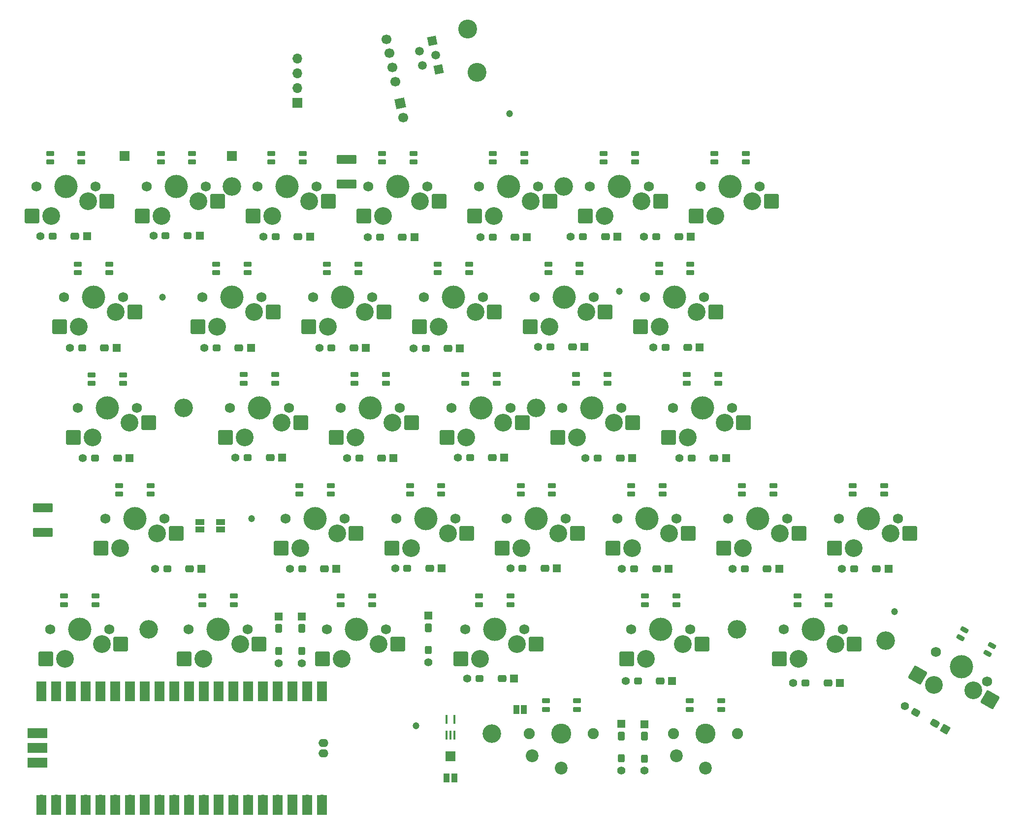
<source format=gbr>
%TF.GenerationSoftware,KiCad,Pcbnew,8.0.7*%
%TF.CreationDate,2025-08-07T21:50:34+02:00*%
%TF.ProjectId,pcb_keyboard_sx_rj11,7063625f-6b65-4796-926f-6172645f7378,rev?*%
%TF.SameCoordinates,Original*%
%TF.FileFunction,Soldermask,Bot*%
%TF.FilePolarity,Negative*%
%FSLAX46Y46*%
G04 Gerber Fmt 4.6, Leading zero omitted, Abs format (unit mm)*
G04 Created by KiCad (PCBNEW 8.0.7) date 2025-08-07 21:50:34*
%MOMM*%
%LPD*%
G01*
G04 APERTURE LIST*
G04 Aperture macros list*
%AMRoundRect*
0 Rectangle with rounded corners*
0 $1 Rounding radius*
0 $2 $3 $4 $5 $6 $7 $8 $9 X,Y pos of 4 corners*
0 Add a 4 corners polygon primitive as box body*
4,1,4,$2,$3,$4,$5,$6,$7,$8,$9,$2,$3,0*
0 Add four circle primitives for the rounded corners*
1,1,$1+$1,$2,$3*
1,1,$1+$1,$4,$5*
1,1,$1+$1,$6,$7*
1,1,$1+$1,$8,$9*
0 Add four rect primitives between the rounded corners*
20,1,$1+$1,$2,$3,$4,$5,0*
20,1,$1+$1,$4,$5,$6,$7,0*
20,1,$1+$1,$6,$7,$8,$9,0*
20,1,$1+$1,$8,$9,$2,$3,0*%
%AMHorizOval*
0 Thick line with rounded ends*
0 $1 width*
0 $2 $3 position (X,Y) of the first rounded end (center of the circle)*
0 $4 $5 position (X,Y) of the second rounded end (center of the circle)*
0 Add line between two ends*
20,1,$1,$2,$3,$4,$5,0*
0 Add two circle primitives to create the rounded ends*
1,1,$1,$2,$3*
1,1,$1,$4,$5*%
%AMRotRect*
0 Rectangle, with rotation*
0 The origin of the aperture is its center*
0 $1 length*
0 $2 width*
0 $3 Rotation angle, in degrees counterclockwise*
0 Add horizontal line*
21,1,$1,$2,0,0,$3*%
G04 Aperture macros list end*
%ADD10C,1.750000*%
%ADD11C,3.050000*%
%ADD12C,4.000000*%
%ADD13RoundRect,0.250000X1.025000X1.000000X-1.025000X1.000000X-1.025000X-1.000000X1.025000X-1.000000X0*%
%ADD14C,3.200000*%
%ADD15C,1.200000*%
%ADD16C,3.250000*%
%ADD17RotRect,1.520000X1.520000X101.899000*%
%ADD18C,1.520000*%
%ADD19R,1.700000X1.700000*%
%ADD20O,1.700000X1.700000*%
%ADD21C,1.900000*%
%ADD22C,3.450000*%
%ADD23C,2.200000*%
%ADD24R,1.400000X1.400000*%
%ADD25RoundRect,0.300000X0.400000X0.300000X-0.400000X0.300000X-0.400000X-0.300000X0.400000X-0.300000X0*%
%ADD26C,1.400000*%
%ADD27RoundRect,0.250000X1.387676X0.353525X-0.387676X1.378525X-1.387676X-0.353525X0.387676X-1.378525X0*%
%ADD28RoundRect,0.205000X0.495000X0.205000X-0.495000X0.205000X-0.495000X-0.205000X0.495000X-0.205000X0*%
%ADD29RoundRect,0.300000X0.450000X0.300000X-0.450000X0.300000X-0.450000X-0.300000X0.450000X-0.300000X0*%
%ADD30RoundRect,0.250000X1.450000X-0.537500X1.450000X0.537500X-1.450000X0.537500X-1.450000X-0.537500X0*%
%ADD31R,1.700000X3.500000*%
%ADD32R,3.500000X1.700000*%
%ADD33O,1.700000X1.400000*%
%ADD34RoundRect,0.205000X0.531183X-0.069965X-0.326183X0.425035X-0.531183X0.069965X0.326183X-0.425035X0*%
%ADD35R,1.000000X1.500000*%
%ADD36RoundRect,0.205000X-0.495000X-0.205000X0.495000X-0.205000X0.495000X0.205000X-0.495000X0.205000X0*%
%ADD37R,1.500000X1.000000*%
%ADD38RotRect,1.400000X1.400000X150.000000*%
%ADD39RoundRect,0.300000X0.539711X0.034808X-0.239711X0.484808X-0.539711X-0.034808X0.239711X-0.484808X0*%
%ADD40RoundRect,0.300000X0.496410X0.059808X-0.196410X0.459808X-0.496410X-0.059808X0.196410X-0.459808X0*%
%ADD41RotRect,1.700000X1.700000X191.899000*%
%ADD42HorizOval,1.700000X0.000000X0.000000X0.000000X0.000000X0*%
%ADD43RoundRect,0.300000X-0.300000X0.450000X-0.300000X-0.450000X0.300000X-0.450000X0.300000X0.450000X0*%
%ADD44RoundRect,0.300000X-0.300000X0.400000X-0.300000X-0.400000X0.300000X-0.400000X0.300000X0.400000X0*%
%ADD45RoundRect,0.100000X0.100000X-0.650000X0.100000X0.650000X-0.100000X0.650000X-0.100000X-0.650000X0*%
%ADD46RoundRect,0.250000X-1.450000X0.537500X-1.450000X-0.537500X1.450000X-0.537500X1.450000X0.537500X0*%
G04 APERTURE END LIST*
D10*
%TO.C,S34*%
X173829000Y-104157000D03*
D11*
X172559000Y-106697000D03*
D12*
X168749000Y-104157000D03*
D11*
X166209000Y-109237000D03*
D10*
X163669000Y-104157000D03*
D13*
X175834000Y-106697000D03*
X162907000Y-109237000D03*
%TD*%
D10*
%TO.C,S17*%
X102429000Y-66067000D03*
D11*
X101159000Y-68607000D03*
D12*
X97349000Y-66067000D03*
D11*
X94809000Y-71147000D03*
D10*
X92269000Y-66067000D03*
D13*
X104434000Y-68607000D03*
X91507000Y-71147000D03*
%TD*%
D10*
%TO.C,S8*%
X64349000Y-66067000D03*
D11*
X63079000Y-68607000D03*
D12*
X59269000Y-66067000D03*
D11*
X56729000Y-71147000D03*
D10*
X54189000Y-66067000D03*
D13*
X66354000Y-68607000D03*
X53427000Y-71147000D03*
%TD*%
D14*
%TO.C,H9*%
X116379000Y-47017000D03*
%TD*%
D10*
%TO.C,S3*%
X42927750Y-85107000D03*
D11*
X41657750Y-87647000D03*
D12*
X37847750Y-85107000D03*
D11*
X35307750Y-90187000D03*
D10*
X32767750Y-85107000D03*
D13*
X44932750Y-87647000D03*
X32005750Y-90187000D03*
%TD*%
D10*
%TO.C,S11*%
X78629000Y-104157000D03*
D11*
X77359000Y-106697000D03*
D12*
X73549000Y-104157000D03*
D11*
X71009000Y-109237000D03*
D10*
X68469000Y-104157000D03*
D13*
X80634000Y-106697000D03*
X67707000Y-109237000D03*
%TD*%
D14*
%TO.C,H6*%
X44979000Y-123187000D03*
%TD*%
D10*
%TO.C,S4*%
X38165250Y-123187000D03*
D11*
X36895250Y-125727000D03*
D12*
X33085250Y-123187000D03*
D11*
X30545250Y-128267000D03*
D10*
X28005250Y-123187000D03*
D13*
X40170250Y-125727000D03*
X27243250Y-128267000D03*
%TD*%
D10*
%TO.C,S13*%
X85765250Y-123187000D03*
D11*
X84495250Y-125727000D03*
D12*
X80685250Y-123187000D03*
D11*
X78145250Y-128267000D03*
D10*
X75605250Y-123187000D03*
D13*
X87770250Y-125727000D03*
X74843250Y-128267000D03*
%TD*%
D10*
%TO.C,S16*%
X97669000Y-104157000D03*
D11*
X96399000Y-106697000D03*
D12*
X92589000Y-104157000D03*
D11*
X90049000Y-109237000D03*
D10*
X87509000Y-104157000D03*
D13*
X99674000Y-106697000D03*
X86747000Y-109237000D03*
%TD*%
D14*
%TO.C,H7*%
X111619000Y-85107000D03*
%TD*%
D15*
%TO.C,H13*%
X90949000Y-139825000D03*
%TD*%
D14*
%TO.C,H4*%
X171724000Y-125187000D03*
%TD*%
%TO.C,H11*%
X103949000Y-141202000D03*
%TD*%
D10*
%TO.C,S21*%
X109565250Y-123187000D03*
D11*
X108295250Y-125727000D03*
D12*
X104485250Y-123187000D03*
D11*
X101945250Y-128267000D03*
D10*
X99405250Y-123187000D03*
D13*
X111570250Y-125727000D03*
X98643250Y-128267000D03*
%TD*%
D14*
%TO.C,H5*%
X146127000Y-123187000D03*
%TD*%
D16*
%TO.C,J1*%
X101417158Y-27421526D03*
X99846012Y-19965260D03*
D17*
X94820093Y-26910781D03*
X93772663Y-21939937D03*
D18*
X92072816Y-26191785D03*
X94296379Y-24425357D03*
X91549100Y-23706363D03*
%TD*%
D10*
%TO.C,S22*%
X116709000Y-104157000D03*
D11*
X115439000Y-106697000D03*
D12*
X111629000Y-104157000D03*
D11*
X109089000Y-109237000D03*
D10*
X106549000Y-104157000D03*
D13*
X118714000Y-106697000D03*
X105787000Y-109237000D03*
%TD*%
D14*
%TO.C,H8*%
X50935750Y-85107000D03*
%TD*%
D19*
%TO.C,J2*%
X70524000Y-32677000D03*
D20*
X70524000Y-30137000D03*
X70524000Y-27597000D03*
X70524000Y-25057000D03*
%TD*%
D14*
%TO.C,H10*%
X59269000Y-47017000D03*
%TD*%
D10*
%TO.C,S7*%
X61965250Y-123187000D03*
D11*
X60695250Y-125727000D03*
D12*
X56885250Y-123187000D03*
D11*
X54345250Y-128267000D03*
D10*
X51805250Y-123187000D03*
D13*
X63970250Y-125727000D03*
X51043250Y-128267000D03*
%TD*%
D10*
%TO.C,S5*%
X47690250Y-104157000D03*
D11*
X46420250Y-106697000D03*
D12*
X42610250Y-104157000D03*
D11*
X40070250Y-109237000D03*
D10*
X37530250Y-104157000D03*
D13*
X49695250Y-106697000D03*
X36768250Y-109237000D03*
%TD*%
D10*
%TO.C,S27*%
X135749000Y-104157000D03*
D11*
X134479000Y-106697000D03*
D12*
X130669000Y-104157000D03*
D11*
X128129000Y-109237000D03*
D10*
X125589000Y-104157000D03*
D13*
X137754000Y-106697000D03*
X124827000Y-109237000D03*
%TD*%
D10*
%TO.C,S28*%
X140509000Y-66067000D03*
D11*
X139239000Y-68607000D03*
D12*
X135429000Y-66067000D03*
D11*
X132889000Y-71147000D03*
D10*
X130349000Y-66067000D03*
D13*
X142514000Y-68607000D03*
X129587000Y-71147000D03*
%TD*%
D21*
%TO.C,S29*%
X146199000Y-141202000D03*
D22*
X140699000Y-141202000D03*
D21*
X135199000Y-141202000D03*
D23*
X140699000Y-147102000D03*
X135699000Y-145002000D03*
%TD*%
D21*
%TO.C,S20*%
X121449000Y-141202000D03*
D22*
X115949000Y-141202000D03*
D21*
X110449000Y-141202000D03*
D23*
X115949000Y-147102000D03*
X110949000Y-145002000D03*
%TD*%
D15*
%TO.C,H3*%
X62621000Y-104157000D03*
%TD*%
D10*
%TO.C,S23*%
X121469000Y-66067000D03*
D11*
X120199000Y-68607000D03*
D12*
X116389000Y-66067000D03*
D11*
X113849000Y-71147000D03*
D10*
X111309000Y-66067000D03*
D13*
X123474000Y-68607000D03*
X110547000Y-71147000D03*
%TD*%
D10*
%TO.C,S32*%
X154789000Y-104157000D03*
D11*
X153519000Y-106697000D03*
D12*
X149709000Y-104157000D03*
D11*
X147169000Y-109237000D03*
D10*
X144629000Y-104157000D03*
D13*
X156794000Y-106697000D03*
X143867000Y-109237000D03*
%TD*%
D10*
%TO.C,S9*%
X69104000Y-85107000D03*
D11*
X67834000Y-87647000D03*
D12*
X64024000Y-85107000D03*
D11*
X61484000Y-90187000D03*
D10*
X58944000Y-85107000D03*
D13*
X71109000Y-87647000D03*
X58182000Y-90187000D03*
%TD*%
D10*
%TO.C,S2*%
X40546500Y-66057000D03*
D11*
X39276500Y-68597000D03*
D12*
X35466500Y-66057000D03*
D11*
X32926500Y-71137000D03*
D10*
X30386500Y-66057000D03*
D13*
X42551500Y-68597000D03*
X29624500Y-71137000D03*
%TD*%
D15*
%TO.C,H2*%
X125914000Y-65067000D03*
%TD*%
D19*
%TO.C,TP3*%
X96859000Y-145062000D03*
%TD*%
D15*
%TO.C,H1*%
X47367500Y-66057000D03*
%TD*%
D24*
%TO.C,D6*%
X53774000Y-55537000D03*
D25*
X51674000Y-55537000D03*
X47874000Y-55537000D03*
D26*
X45774000Y-55537000D03*
%TD*%
D10*
%TO.C,S19*%
X111944000Y-47017000D03*
D11*
X110674000Y-49557000D03*
D12*
X106864000Y-47017000D03*
D11*
X104324000Y-52097000D03*
D10*
X101784000Y-47017000D03*
D13*
X113949000Y-49557000D03*
X101022000Y-52097000D03*
%TD*%
D19*
%TO.C,TP1*%
X40774000Y-41757000D03*
%TD*%
D10*
%TO.C,S18*%
X107184000Y-85107000D03*
D11*
X105914000Y-87647000D03*
D12*
X102104000Y-85107000D03*
D11*
X99564000Y-90187000D03*
D10*
X97024000Y-85107000D03*
D13*
X109189000Y-87647000D03*
X96262000Y-90187000D03*
%TD*%
D15*
%TO.C,H12*%
X173224000Y-120187000D03*
%TD*%
D10*
%TO.C,S12*%
X83389000Y-66067000D03*
D11*
X82119000Y-68607000D03*
D12*
X78309000Y-66067000D03*
D11*
X75769000Y-71147000D03*
D10*
X73229000Y-66067000D03*
D13*
X85394000Y-68607000D03*
X72467000Y-71147000D03*
%TD*%
D10*
%TO.C,S10*%
X73864000Y-47017000D03*
D11*
X72594000Y-49557000D03*
D12*
X68784000Y-47017000D03*
D11*
X66244000Y-52097000D03*
D10*
X63704000Y-47017000D03*
D13*
X75869000Y-49557000D03*
X62942000Y-52097000D03*
%TD*%
D10*
%TO.C,S15*%
X92904000Y-47017000D03*
D11*
X91634000Y-49557000D03*
D12*
X87824000Y-47017000D03*
D11*
X85284000Y-52097000D03*
D10*
X82744000Y-47017000D03*
D13*
X94909000Y-49557000D03*
X81982000Y-52097000D03*
%TD*%
D10*
%TO.C,S26*%
X138127750Y-123187000D03*
D11*
X136857750Y-125727000D03*
D12*
X133047750Y-123187000D03*
D11*
X130507750Y-128267000D03*
D10*
X127967750Y-123187000D03*
D13*
X140132750Y-125727000D03*
X127205750Y-128267000D03*
%TD*%
D10*
%TO.C,S25*%
X130984000Y-47017000D03*
D11*
X129714000Y-49557000D03*
D12*
X125904000Y-47017000D03*
D11*
X123364000Y-52097000D03*
D10*
X120824000Y-47017000D03*
D13*
X132989000Y-49557000D03*
X120062000Y-52097000D03*
%TD*%
D15*
%TO.C,H14*%
X107025400Y-34488774D03*
%TD*%
D10*
%TO.C,S30*%
X145264000Y-85107000D03*
D11*
X143994000Y-87647000D03*
D12*
X140184000Y-85107000D03*
D11*
X137644000Y-90187000D03*
D10*
X135104000Y-85107000D03*
D13*
X147269000Y-87647000D03*
X134342000Y-90187000D03*
%TD*%
D10*
%TO.C,S1*%
X35784000Y-47017000D03*
D11*
X34514000Y-49557000D03*
D12*
X30704000Y-47017000D03*
D11*
X28164000Y-52097000D03*
D10*
X25624000Y-47017000D03*
D13*
X37789000Y-49557000D03*
X24862000Y-52097000D03*
%TD*%
D10*
%TO.C,S33*%
X164304000Y-123187000D03*
D11*
X163034000Y-125727000D03*
D12*
X159224000Y-123187000D03*
D11*
X156684000Y-128267000D03*
D10*
X154144000Y-123187000D03*
D13*
X166309000Y-125727000D03*
X153382000Y-128267000D03*
%TD*%
D10*
%TO.C,S14*%
X88144000Y-85107000D03*
D11*
X86874000Y-87647000D03*
D12*
X83064000Y-85107000D03*
D11*
X80524000Y-90187000D03*
D10*
X77984000Y-85107000D03*
D13*
X90149000Y-87647000D03*
X77222000Y-90187000D03*
%TD*%
D10*
%TO.C,S6*%
X54824000Y-47017000D03*
D11*
X53554000Y-49557000D03*
D12*
X49744000Y-47017000D03*
D11*
X47204000Y-52097000D03*
D10*
X44664000Y-47017000D03*
D13*
X56829000Y-49557000D03*
X43902000Y-52097000D03*
%TD*%
D19*
%TO.C,TP2*%
X59274000Y-41757000D03*
%TD*%
D10*
%TO.C,S24*%
X126224000Y-85107000D03*
D11*
X124954000Y-87647000D03*
D12*
X121144000Y-85107000D03*
D11*
X118604000Y-90187000D03*
D10*
X116064000Y-85107000D03*
D13*
X128229000Y-87647000D03*
X115302000Y-90187000D03*
%TD*%
D10*
%TO.C,S35*%
X189185409Y-132165000D03*
D11*
X186815557Y-133729705D03*
D12*
X184786000Y-129625000D03*
D11*
X180046295Y-132754409D03*
D10*
X180386591Y-127085000D03*
D27*
X189651790Y-135367205D03*
X177186680Y-131103409D03*
%TD*%
D10*
%TO.C,S31*%
X150024000Y-47017000D03*
D11*
X148754000Y-49557000D03*
D12*
X144944000Y-47017000D03*
D11*
X142404000Y-52097000D03*
D10*
X139864000Y-47017000D03*
D13*
X152029000Y-49557000D03*
X139102000Y-52097000D03*
%TD*%
D28*
%TO.C,LED9*%
X61324000Y-79408000D03*
X61324000Y-80908000D03*
X66724000Y-80908000D03*
X66724000Y-79408000D03*
%TD*%
D24*
%TO.C,D12*%
X82314000Y-74787000D03*
D29*
X80264000Y-74787000D03*
D25*
X76414000Y-74787000D03*
D26*
X74314000Y-74787000D03*
%TD*%
D24*
%TO.C,D33*%
X163814000Y-132467000D03*
D29*
X161764000Y-132467000D03*
D25*
X157914000Y-132467000D03*
D26*
X155814000Y-132467000D03*
%TD*%
D30*
%TO.C,begin1*%
X26784000Y-106564500D03*
X26784000Y-102289500D03*
%TD*%
D20*
%TO.C,U2*%
X74734000Y-152547000D03*
D31*
X74734000Y-153447000D03*
D20*
X72194000Y-152547000D03*
D31*
X72194000Y-153447000D03*
D19*
X69654000Y-152547000D03*
D31*
X69654000Y-153447000D03*
D20*
X67114000Y-152547000D03*
D31*
X67114000Y-153447000D03*
D20*
X64574000Y-152547000D03*
D31*
X64574000Y-153447000D03*
D20*
X62034000Y-152547000D03*
D31*
X62034000Y-153447000D03*
D20*
X59494000Y-152547000D03*
D31*
X59494000Y-153447000D03*
D19*
X56954000Y-152547000D03*
D31*
X56954000Y-153447000D03*
D20*
X54414000Y-152547000D03*
D31*
X54414000Y-153447000D03*
D20*
X51874000Y-152547000D03*
D31*
X51874000Y-153447000D03*
D20*
X49334000Y-152547000D03*
D31*
X49334000Y-153447000D03*
D20*
X46794000Y-152547000D03*
D31*
X46794000Y-153447000D03*
D19*
X44254000Y-152547000D03*
D31*
X44254000Y-153447000D03*
D20*
X41714000Y-152547000D03*
D31*
X41714000Y-153447000D03*
D20*
X39174000Y-152547000D03*
D31*
X39174000Y-153447000D03*
D20*
X36634000Y-152547000D03*
D31*
X36634000Y-153447000D03*
D20*
X34094000Y-152547000D03*
D31*
X34094000Y-153447000D03*
D19*
X31554000Y-152547000D03*
D31*
X31554000Y-153447000D03*
D20*
X29014000Y-152547000D03*
D31*
X29014000Y-153447000D03*
D20*
X26474000Y-152547000D03*
D31*
X26474000Y-153447000D03*
D20*
X26474000Y-134767000D03*
D31*
X26474000Y-133867000D03*
D20*
X29014000Y-134767000D03*
D31*
X29014000Y-133867000D03*
D19*
X31554000Y-134767000D03*
D31*
X31554000Y-133867000D03*
D20*
X34094000Y-134767000D03*
D31*
X34094000Y-133867000D03*
D20*
X36634000Y-134767000D03*
D31*
X36634000Y-133867000D03*
D20*
X39174000Y-134767000D03*
D31*
X39174000Y-133867000D03*
D20*
X41714000Y-134767000D03*
D31*
X41714000Y-133867000D03*
D19*
X44254000Y-134767000D03*
D31*
X44254000Y-133867000D03*
D20*
X46794000Y-134767000D03*
D31*
X46794000Y-133867000D03*
D20*
X49334000Y-134767000D03*
D31*
X49334000Y-133867000D03*
D20*
X51874000Y-134767000D03*
D31*
X51874000Y-133867000D03*
D20*
X54414000Y-134767000D03*
D31*
X54414000Y-133867000D03*
D19*
X56954000Y-134767000D03*
D31*
X56954000Y-133867000D03*
D20*
X59494000Y-134767000D03*
D31*
X59494000Y-133867000D03*
D20*
X62034000Y-134767000D03*
D31*
X62034000Y-133867000D03*
D20*
X64574000Y-134767000D03*
D31*
X64574000Y-133867000D03*
D20*
X67114000Y-134767000D03*
D31*
X67114000Y-133867000D03*
D19*
X69654000Y-134767000D03*
D31*
X69654000Y-133867000D03*
D20*
X72194000Y-134767000D03*
D31*
X72194000Y-133867000D03*
D20*
X74734000Y-134767000D03*
D31*
X74734000Y-133867000D03*
D20*
X26704000Y-146197000D03*
D32*
X25804000Y-146197000D03*
D19*
X26704000Y-143657000D03*
D32*
X25804000Y-143657000D03*
D20*
X26704000Y-141117000D03*
D32*
X25804000Y-141117000D03*
D33*
X75004000Y-144557000D03*
X75004000Y-142757000D03*
%TD*%
D24*
%TO.C,D16*%
X95344000Y-112767000D03*
D29*
X93294000Y-112767000D03*
D25*
X89444000Y-112767000D03*
D26*
X87344000Y-112767000D03*
%TD*%
D28*
%TO.C,LED21*%
X101785250Y-117498000D03*
X101785250Y-118998000D03*
X107185250Y-118998000D03*
X107185250Y-117498000D03*
%TD*%
D34*
%TO.C,LED35*%
X185292231Y-123348182D03*
X184542231Y-124647220D03*
X189218769Y-127347220D03*
X189968769Y-126048182D03*
%TD*%
D35*
%TO.C,JP3*%
X108204000Y-137017000D03*
X109504000Y-137017000D03*
%TD*%
D36*
%TO.C,LED8*%
X61964000Y-61868000D03*
X61964000Y-60368000D03*
X56564000Y-60368000D03*
X56564000Y-61868000D03*
%TD*%
D24*
%TO.C,D15*%
X90651500Y-55768250D03*
D29*
X88601500Y-55768250D03*
D25*
X84751500Y-55768250D03*
D26*
X82651500Y-55768250D03*
%TD*%
D37*
%TO.C,JP1*%
X53804000Y-104767000D03*
X53804000Y-106067000D03*
%TD*%
D24*
%TO.C,D28*%
X139734000Y-74697000D03*
D29*
X137684000Y-74697000D03*
D25*
X133834000Y-74697000D03*
D26*
X131734000Y-74697000D03*
%TD*%
D24*
%TO.C,D9*%
X67904000Y-93697000D03*
D29*
X65854000Y-93697000D03*
D25*
X62004000Y-93697000D03*
D26*
X59904000Y-93697000D03*
%TD*%
D24*
%TO.C,D30*%
X144251500Y-93728250D03*
D29*
X142201500Y-93728250D03*
D25*
X138351500Y-93728250D03*
D26*
X136251500Y-93728250D03*
%TD*%
D24*
%TO.C,D3*%
X41644000Y-93727000D03*
D29*
X39594000Y-93727000D03*
D25*
X35744000Y-93727000D03*
D26*
X33644000Y-93727000D03*
%TD*%
D24*
%TO.C,D27*%
X134364000Y-112817000D03*
D29*
X132314000Y-112817000D03*
D25*
X128464000Y-112817000D03*
D26*
X126364000Y-112817000D03*
%TD*%
D28*
%TO.C,LED30*%
X137484000Y-79408000D03*
X137484000Y-80908000D03*
X142884000Y-80908000D03*
X142884000Y-79408000D03*
%TD*%
%TO.C,LED31*%
X142244000Y-41328000D03*
X142244000Y-42828000D03*
X147644000Y-42828000D03*
X147644000Y-41328000D03*
%TD*%
D24*
%TO.C,D11*%
X77244000Y-112847000D03*
D29*
X75194000Y-112847000D03*
D25*
X71344000Y-112847000D03*
D26*
X69244000Y-112847000D03*
%TD*%
D28*
%TO.C,LED3*%
X35147750Y-79418000D03*
X35147750Y-80918000D03*
X40547750Y-80918000D03*
X40547750Y-79418000D03*
%TD*%
%TO.C,LED14*%
X80364000Y-79408000D03*
X80364000Y-80908000D03*
X85764000Y-80908000D03*
X85764000Y-79408000D03*
%TD*%
D24*
%TO.C,D2*%
X39431500Y-74788250D03*
D29*
X37381500Y-74788250D03*
D25*
X33531500Y-74788250D03*
D26*
X31431500Y-74788250D03*
%TD*%
D36*
%TO.C,LED12*%
X81004000Y-61868000D03*
X81004000Y-60368000D03*
X75604000Y-60368000D03*
X75604000Y-61868000D03*
%TD*%
D38*
%TO.C,D35*%
X181958102Y-140457000D03*
D39*
X180182750Y-139432000D03*
D40*
X176848552Y-137507000D03*
D26*
X175029898Y-136457000D03*
%TD*%
D24*
%TO.C,D22*%
X115151500Y-112768250D03*
D29*
X113101500Y-112768250D03*
D25*
X109251500Y-112768250D03*
D26*
X107151500Y-112768250D03*
%TD*%
D28*
%TO.C,LED10*%
X66084000Y-41328000D03*
X66084000Y-42828000D03*
X71484000Y-42828000D03*
X71484000Y-41328000D03*
%TD*%
D24*
%TO.C,D18*%
X106114000Y-93677000D03*
D29*
X104064000Y-93677000D03*
D25*
X100214000Y-93677000D03*
D26*
X98114000Y-93677000D03*
%TD*%
D28*
%TO.C,LED7*%
X54185250Y-117498000D03*
X54185250Y-118998000D03*
X59585250Y-118998000D03*
X59585250Y-117498000D03*
%TD*%
D24*
%TO.C,D26*%
X135001500Y-132088250D03*
D29*
X132951500Y-132088250D03*
D25*
X129101500Y-132088250D03*
D26*
X127001500Y-132088250D03*
%TD*%
D41*
%TO.C,J4*%
X88204000Y-32687000D03*
D42*
X88727715Y-35172422D03*
%TD*%
D36*
%TO.C,LED20*%
X118649000Y-137013000D03*
X118649000Y-135513000D03*
X113249000Y-135513000D03*
X113249000Y-137013000D03*
%TD*%
%TO.C,LED28*%
X138124000Y-61868000D03*
X138124000Y-60368000D03*
X132724000Y-60368000D03*
X132724000Y-61868000D03*
%TD*%
D24*
%TO.C,D14*%
X87064000Y-93767000D03*
D29*
X85014000Y-93767000D03*
D25*
X81164000Y-93767000D03*
D26*
X79064000Y-93767000D03*
%TD*%
D24*
%TO.C,D17*%
X98494000Y-74877000D03*
D29*
X96444000Y-74877000D03*
D25*
X92594000Y-74877000D03*
D26*
X90494000Y-74877000D03*
%TD*%
D24*
%TO.C,D32*%
X153384000Y-112817000D03*
D29*
X151334000Y-112817000D03*
D25*
X147484000Y-112817000D03*
D26*
X145384000Y-112817000D03*
%TD*%
D36*
%TO.C,LED11*%
X76249000Y-99968000D03*
X76249000Y-98468000D03*
X70849000Y-98468000D03*
X70849000Y-99968000D03*
%TD*%
%TO.C,LED2*%
X38164000Y-61868000D03*
X38164000Y-60368000D03*
X32764000Y-60368000D03*
X32764000Y-61868000D03*
%TD*%
D42*
%TO.C,J3*%
X85872101Y-21674435D03*
X86375197Y-24062006D03*
X86898913Y-26547428D03*
X87422628Y-29032850D03*
%TD*%
D24*
%TO.C,D1*%
X34354000Y-55567000D03*
D29*
X32304000Y-55567000D03*
D25*
X28454000Y-55567000D03*
D26*
X26354000Y-55567000D03*
%TD*%
D28*
%TO.C,LED18*%
X99404000Y-79408000D03*
X99404000Y-80908000D03*
X104804000Y-80908000D03*
X104804000Y-79408000D03*
%TD*%
%TO.C,LED4*%
X30385250Y-117498000D03*
X30385250Y-118998000D03*
X35785250Y-118998000D03*
X35785250Y-117498000D03*
%TD*%
D24*
%TO.C,D8*%
X62544000Y-74787000D03*
D29*
X60494000Y-74787000D03*
D25*
X56644000Y-74787000D03*
D26*
X54544000Y-74787000D03*
%TD*%
D24*
%TO.C,D13*%
X93054000Y-120887000D03*
D43*
X93054000Y-122937000D03*
D44*
X93054000Y-126787000D03*
D26*
X93054000Y-128887000D03*
%TD*%
D28*
%TO.C,LED19*%
X104164000Y-41328000D03*
X104164000Y-42828000D03*
X109564000Y-42828000D03*
X109564000Y-41328000D03*
%TD*%
D24*
%TO.C,D7*%
X71285250Y-121039500D03*
D43*
X71285250Y-123089500D03*
D44*
X71285250Y-126939500D03*
D26*
X71285250Y-129039500D03*
%TD*%
D36*
%TO.C,LED32*%
X152409000Y-99968000D03*
X152409000Y-98468000D03*
X147009000Y-98468000D03*
X147009000Y-99968000D03*
%TD*%
D45*
%TO.C,U3*%
X97519000Y-141402000D03*
X96869000Y-141402000D03*
X96219000Y-141402000D03*
X96219000Y-138742000D03*
X97519000Y-138742000D03*
%TD*%
D24*
%TO.C,D24*%
X128094000Y-93757000D03*
D29*
X126044000Y-93757000D03*
D25*
X122194000Y-93757000D03*
D26*
X120094000Y-93757000D03*
%TD*%
D28*
%TO.C,LED13*%
X77985250Y-117498000D03*
X77985250Y-118998000D03*
X83385250Y-118998000D03*
X83385250Y-117498000D03*
%TD*%
D24*
%TO.C,D4*%
X67285250Y-121039500D03*
D43*
X67285250Y-123089500D03*
D44*
X67285250Y-126939500D03*
D26*
X67285250Y-129039500D03*
%TD*%
D24*
%TO.C,D25*%
X125564000Y-55687000D03*
D29*
X123514000Y-55687000D03*
D25*
X119664000Y-55687000D03*
D26*
X117564000Y-55687000D03*
%TD*%
D46*
%TO.C,end1*%
X79034000Y-42352000D03*
X79034000Y-46627000D03*
%TD*%
D24*
%TO.C,D29*%
X130244000Y-139557000D03*
D43*
X130244000Y-141607000D03*
D44*
X130244000Y-145457000D03*
D26*
X130244000Y-147557000D03*
%TD*%
D24*
%TO.C,D23*%
X119934000Y-74597000D03*
D29*
X117884000Y-74597000D03*
D25*
X114034000Y-74597000D03*
D26*
X111934000Y-74597000D03*
%TD*%
D28*
%TO.C,LED25*%
X123204000Y-41328000D03*
X123204000Y-42828000D03*
X128604000Y-42828000D03*
X128604000Y-41328000D03*
%TD*%
D24*
%TO.C,D5*%
X54044000Y-112787000D03*
D29*
X51994000Y-112787000D03*
D25*
X48144000Y-112787000D03*
D26*
X46044000Y-112787000D03*
%TD*%
D24*
%TO.C,D21*%
X107774000Y-131697000D03*
D29*
X105724000Y-131697000D03*
D25*
X101874000Y-131697000D03*
D26*
X99774000Y-131697000D03*
%TD*%
D28*
%TO.C,LED15*%
X85124000Y-41328000D03*
X85124000Y-42828000D03*
X90524000Y-42828000D03*
X90524000Y-41328000D03*
%TD*%
D35*
%TO.C,JP4*%
X97519000Y-148792000D03*
X96219000Y-148792000D03*
%TD*%
D24*
%TO.C,D20*%
X126244000Y-139517000D03*
D43*
X126244000Y-141567000D03*
D44*
X126244000Y-145417000D03*
D26*
X126244000Y-147517000D03*
%TD*%
D24*
%TO.C,D31*%
X138161500Y-55628250D03*
D29*
X136111500Y-55628250D03*
D25*
X132261500Y-55628250D03*
D26*
X130161500Y-55628250D03*
%TD*%
D36*
%TO.C,LED27*%
X133369000Y-99968000D03*
X133369000Y-98468000D03*
X127969000Y-98468000D03*
X127969000Y-99968000D03*
%TD*%
D24*
%TO.C,D19*%
X110024000Y-55707000D03*
D29*
X107974000Y-55707000D03*
D25*
X104124000Y-55707000D03*
D26*
X102024000Y-55707000D03*
%TD*%
D28*
%TO.C,LED6*%
X47044000Y-41328000D03*
X47044000Y-42828000D03*
X52444000Y-42828000D03*
X52444000Y-41328000D03*
%TD*%
%TO.C,LED26*%
X130345250Y-117498000D03*
X130345250Y-118998000D03*
X135745250Y-118998000D03*
X135745250Y-117498000D03*
%TD*%
D36*
%TO.C,LED5*%
X45310250Y-99968000D03*
X45310250Y-98468000D03*
X39910250Y-98468000D03*
X39910250Y-99968000D03*
%TD*%
D28*
%TO.C,LED33*%
X156524000Y-117498000D03*
X156524000Y-118998000D03*
X161924000Y-118998000D03*
X161924000Y-117498000D03*
%TD*%
D24*
%TO.C,D34*%
X172181500Y-112818250D03*
D29*
X170131500Y-112818250D03*
D25*
X166281500Y-112818250D03*
D26*
X164181500Y-112818250D03*
%TD*%
D36*
%TO.C,LED23*%
X119084000Y-61868000D03*
X119084000Y-60368000D03*
X113684000Y-60368000D03*
X113684000Y-61868000D03*
%TD*%
D28*
%TO.C,LED24*%
X118444000Y-79408000D03*
X118444000Y-80908000D03*
X123844000Y-80908000D03*
X123844000Y-79408000D03*
%TD*%
D36*
%TO.C,LED16*%
X95289000Y-99968000D03*
X95289000Y-98468000D03*
X89889000Y-98468000D03*
X89889000Y-99968000D03*
%TD*%
%TO.C,LED29*%
X143399000Y-137013000D03*
X143399000Y-135513000D03*
X137999000Y-135513000D03*
X137999000Y-137013000D03*
%TD*%
%TO.C,LED34*%
X171449000Y-99968000D03*
X171449000Y-98468000D03*
X166049000Y-98468000D03*
X166049000Y-99968000D03*
%TD*%
D37*
%TO.C,JP2*%
X57354000Y-104767000D03*
X57354000Y-106067000D03*
%TD*%
D28*
%TO.C,LED1*%
X28004000Y-41328000D03*
X28004000Y-42828000D03*
X33404000Y-42828000D03*
X33404000Y-41328000D03*
%TD*%
D36*
%TO.C,LED22*%
X114329000Y-99968000D03*
X114329000Y-98468000D03*
X108929000Y-98468000D03*
X108929000Y-99968000D03*
%TD*%
%TO.C,LED17*%
X100044000Y-61868000D03*
X100044000Y-60368000D03*
X94644000Y-60368000D03*
X94644000Y-61868000D03*
%TD*%
D24*
%TO.C,D10*%
X72704000Y-55667000D03*
D29*
X70654000Y-55667000D03*
D25*
X66804000Y-55667000D03*
D26*
X64704000Y-55667000D03*
%TD*%
M02*

</source>
